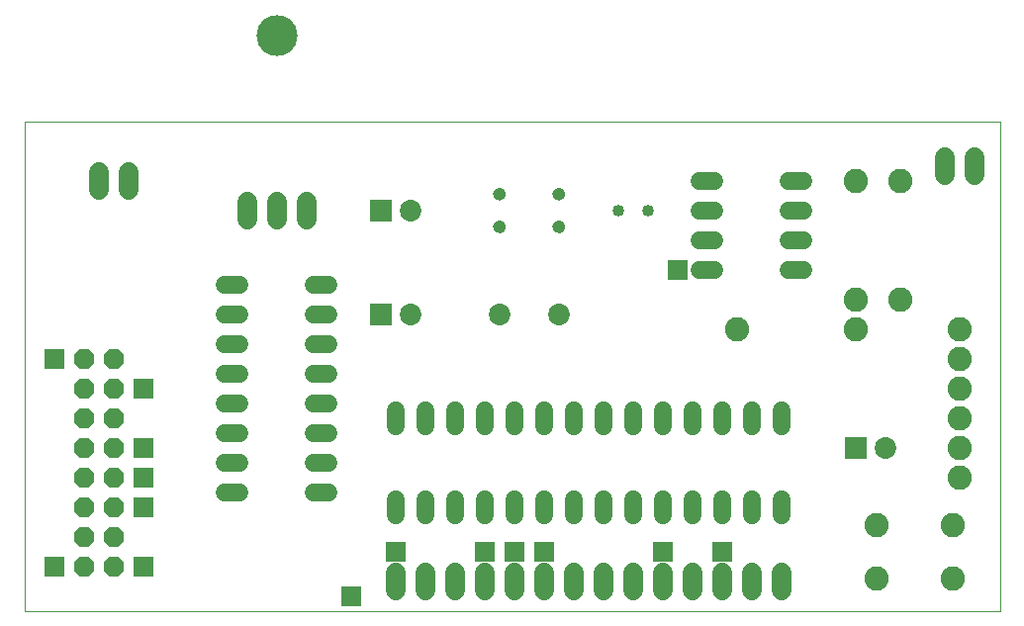
<source format=gts>
G75*
%MOIN*%
%OFA0B0*%
%FSLAX24Y24*%
%IPPOS*%
%LPD*%
%AMOC8*
5,1,8,0,0,1.08239X$1,22.5*
%
%ADD10C,0.0000*%
%ADD11C,0.0600*%
%ADD12C,0.0730*%
%ADD13C,0.0400*%
%ADD14OC8,0.0680*%
%ADD15C,0.0680*%
%ADD16C,0.1380*%
%ADD17C,0.0050*%
%ADD18R,0.0730X0.0730*%
%ADD19C,0.0820*%
%ADD20R,0.0671X0.0671*%
D10*
X000100Y000267D02*
X000100Y016763D01*
X032970Y016763D01*
X032970Y000267D01*
X000100Y000267D01*
X007950Y019667D02*
X007952Y019717D01*
X007958Y019767D01*
X007968Y019817D01*
X007981Y019865D01*
X007998Y019913D01*
X008019Y019959D01*
X008043Y020003D01*
X008071Y020045D01*
X008102Y020085D01*
X008136Y020122D01*
X008173Y020157D01*
X008212Y020188D01*
X008253Y020217D01*
X008297Y020242D01*
X008343Y020264D01*
X008390Y020282D01*
X008438Y020296D01*
X008487Y020307D01*
X008537Y020314D01*
X008587Y020317D01*
X008638Y020316D01*
X008688Y020311D01*
X008738Y020302D01*
X008786Y020290D01*
X008834Y020273D01*
X008880Y020253D01*
X008925Y020230D01*
X008968Y020203D01*
X009008Y020173D01*
X009046Y020140D01*
X009081Y020104D01*
X009114Y020065D01*
X009143Y020024D01*
X009169Y019981D01*
X009192Y019936D01*
X009211Y019889D01*
X009226Y019841D01*
X009238Y019792D01*
X009246Y019742D01*
X009250Y019692D01*
X009250Y019642D01*
X009246Y019592D01*
X009238Y019542D01*
X009226Y019493D01*
X009211Y019445D01*
X009192Y019398D01*
X009169Y019353D01*
X009143Y019310D01*
X009114Y019269D01*
X009081Y019230D01*
X009046Y019194D01*
X009008Y019161D01*
X008968Y019131D01*
X008925Y019104D01*
X008880Y019081D01*
X008834Y019061D01*
X008786Y019044D01*
X008738Y019032D01*
X008688Y019023D01*
X008638Y019018D01*
X008587Y019017D01*
X008537Y019020D01*
X008487Y019027D01*
X008438Y019038D01*
X008390Y019052D01*
X008343Y019070D01*
X008297Y019092D01*
X008253Y019117D01*
X008212Y019146D01*
X008173Y019177D01*
X008136Y019212D01*
X008102Y019249D01*
X008071Y019289D01*
X008043Y019331D01*
X008019Y019375D01*
X007998Y019421D01*
X007981Y019469D01*
X007968Y019517D01*
X007958Y019567D01*
X007952Y019617D01*
X007950Y019667D01*
D11*
X007360Y011267D02*
X006840Y011267D01*
X006840Y010267D02*
X007360Y010267D01*
X007360Y009267D02*
X006840Y009267D01*
X006840Y008267D02*
X007360Y008267D01*
X007360Y007267D02*
X006840Y007267D01*
X006840Y006267D02*
X007360Y006267D01*
X007360Y005267D02*
X006840Y005267D01*
X006840Y004267D02*
X007360Y004267D01*
X009840Y004267D02*
X010360Y004267D01*
X010360Y005267D02*
X009840Y005267D01*
X009840Y006267D02*
X010360Y006267D01*
X010360Y007267D02*
X009840Y007267D01*
X009840Y008267D02*
X010360Y008267D01*
X010360Y009267D02*
X009840Y009267D01*
X009840Y010267D02*
X010360Y010267D01*
X010360Y011267D02*
X009840Y011267D01*
X012600Y007027D02*
X012600Y006507D01*
X013600Y006507D02*
X013600Y007027D01*
X014600Y007027D02*
X014600Y006507D01*
X015600Y006507D02*
X015600Y007027D01*
X016600Y007027D02*
X016600Y006507D01*
X017600Y006507D02*
X017600Y007027D01*
X018600Y007027D02*
X018600Y006507D01*
X019600Y006507D02*
X019600Y007027D01*
X020600Y007027D02*
X020600Y006507D01*
X021600Y006507D02*
X021600Y007027D01*
X022600Y007027D02*
X022600Y006507D01*
X023600Y006507D02*
X023600Y007027D01*
X024600Y007027D02*
X024600Y006507D01*
X025600Y006507D02*
X025600Y007027D01*
X025600Y004027D02*
X025600Y003507D01*
X024600Y003507D02*
X024600Y004027D01*
X023600Y004027D02*
X023600Y003507D01*
X022600Y003507D02*
X022600Y004027D01*
X021600Y004027D02*
X021600Y003507D01*
X020600Y003507D02*
X020600Y004027D01*
X019600Y004027D02*
X019600Y003507D01*
X018600Y003507D02*
X018600Y004027D01*
X017600Y004027D02*
X017600Y003507D01*
X016600Y003507D02*
X016600Y004027D01*
X015600Y004027D02*
X015600Y003507D01*
X014600Y003507D02*
X014600Y004027D01*
X013600Y004027D02*
X013600Y003507D01*
X012600Y003507D02*
X012600Y004027D01*
X022840Y011767D02*
X023360Y011767D01*
X023360Y012767D02*
X022840Y012767D01*
X022840Y013767D02*
X023360Y013767D01*
X023360Y014767D02*
X022840Y014767D01*
X025840Y014767D02*
X026360Y014767D01*
X026360Y013767D02*
X025840Y013767D01*
X025840Y012767D02*
X026360Y012767D01*
X026360Y011767D02*
X025840Y011767D01*
D12*
X018100Y010267D03*
X016100Y010267D03*
X013100Y010267D03*
X013100Y013767D03*
X029100Y005767D03*
D13*
X021100Y013767D03*
X020100Y013767D03*
D14*
X003100Y008767D03*
X002100Y008767D03*
X002100Y007767D03*
X003100Y007767D03*
X003100Y006767D03*
X002100Y006767D03*
X002100Y005767D03*
X003100Y005767D03*
X003100Y004767D03*
X002100Y004767D03*
X002100Y003767D03*
X003100Y003767D03*
X003100Y002767D03*
X002100Y002767D03*
X002100Y001767D03*
X003100Y001767D03*
D15*
X012600Y001567D02*
X012600Y000967D01*
X013600Y000967D02*
X013600Y001567D01*
X014600Y001567D02*
X014600Y000967D01*
X015600Y000967D02*
X015600Y001567D01*
X016600Y001567D02*
X016600Y000967D01*
X017600Y000967D02*
X017600Y001567D01*
X018600Y001567D02*
X018600Y000967D01*
X019600Y000967D02*
X019600Y001567D01*
X020600Y001567D02*
X020600Y000967D01*
X021600Y000967D02*
X021600Y001567D01*
X022600Y001567D02*
X022600Y000967D01*
X023600Y000967D02*
X023600Y001567D01*
X024600Y001567D02*
X024600Y000967D01*
X025600Y000967D02*
X025600Y001567D01*
X009600Y013467D02*
X009600Y014067D01*
X008600Y014067D02*
X008600Y013467D01*
X007600Y013467D02*
X007600Y014067D01*
X003600Y014467D02*
X003600Y015067D01*
X002600Y015067D02*
X002600Y014467D01*
X031100Y014967D02*
X031100Y015567D01*
X032100Y015567D02*
X032100Y014967D01*
D16*
X008600Y019667D03*
D17*
X015962Y014427D02*
X015988Y014455D01*
X016020Y014476D01*
X016056Y014489D01*
X016094Y014495D01*
X016134Y014491D01*
X016172Y014479D01*
X016207Y014458D01*
X016236Y014431D01*
X016258Y014397D01*
X016272Y014359D01*
X016278Y014320D01*
X016273Y014280D01*
X016259Y014243D01*
X016237Y014210D01*
X016209Y014182D01*
X016175Y014162D01*
X016137Y014149D01*
X016098Y014146D01*
X016060Y014150D01*
X016023Y014163D01*
X015991Y014184D01*
X015964Y014212D01*
X015943Y014245D01*
X015931Y014281D01*
X015927Y014320D01*
X015930Y014358D01*
X015942Y014394D01*
X015962Y014427D01*
X015963Y014429D02*
X016237Y014429D01*
X016265Y014380D02*
X015938Y014380D01*
X015928Y014332D02*
X016276Y014332D01*
X016273Y014283D02*
X015931Y014283D01*
X015950Y014235D02*
X016254Y014235D01*
X016213Y014186D02*
X015989Y014186D01*
X016023Y014477D02*
X016175Y014477D01*
X016094Y013393D02*
X016134Y013389D01*
X016172Y013377D01*
X016207Y013356D01*
X016236Y013329D01*
X016258Y013295D01*
X016272Y013257D01*
X016278Y013218D01*
X016273Y013178D01*
X016259Y013141D01*
X016237Y013108D01*
X016209Y013080D01*
X016175Y013060D01*
X016137Y013047D01*
X016098Y013044D01*
X016060Y013048D01*
X016023Y013061D01*
X015991Y013082D01*
X015964Y013110D01*
X015943Y013143D01*
X015931Y013179D01*
X015927Y013218D01*
X015930Y013256D01*
X015942Y013292D01*
X015962Y013325D01*
X015988Y013353D01*
X016020Y013374D01*
X016056Y013387D01*
X016094Y013393D01*
X016002Y013362D02*
X016198Y013362D01*
X016246Y013313D02*
X015955Y013313D01*
X015933Y013265D02*
X016270Y013265D01*
X016278Y013216D02*
X015927Y013216D01*
X015935Y013168D02*
X016269Y013168D01*
X016245Y013119D02*
X015958Y013119D01*
X016009Y013071D02*
X016193Y013071D01*
X017927Y013218D02*
X017931Y013179D01*
X017943Y013143D01*
X017964Y013110D01*
X017991Y013082D01*
X018023Y013061D01*
X018060Y013048D01*
X018098Y013044D01*
X018137Y013047D01*
X018175Y013060D01*
X018209Y013080D01*
X018237Y013108D01*
X018259Y013141D01*
X018273Y013178D01*
X018278Y013218D01*
X018272Y013257D01*
X018258Y013295D01*
X018236Y013329D01*
X018207Y013356D01*
X018172Y013377D01*
X018134Y013389D01*
X018094Y013393D01*
X018056Y013387D01*
X018020Y013374D01*
X017988Y013353D01*
X017962Y013325D01*
X017942Y013292D01*
X017930Y013256D01*
X017927Y013218D01*
X017927Y013216D02*
X018278Y013216D01*
X018269Y013168D02*
X017935Y013168D01*
X017958Y013119D02*
X018245Y013119D01*
X018193Y013071D02*
X018009Y013071D01*
X017933Y013265D02*
X018270Y013265D01*
X018246Y013313D02*
X017955Y013313D01*
X018002Y013362D02*
X018198Y013362D01*
X018137Y014149D02*
X018098Y014146D01*
X018060Y014150D01*
X018023Y014163D01*
X017991Y014184D01*
X017964Y014212D01*
X017943Y014245D01*
X017931Y014281D01*
X017927Y014320D01*
X017930Y014358D01*
X017942Y014394D01*
X017962Y014427D01*
X017988Y014455D01*
X018020Y014476D01*
X018056Y014489D01*
X018094Y014495D01*
X018134Y014491D01*
X018172Y014479D01*
X018207Y014458D01*
X018236Y014431D01*
X018258Y014397D01*
X018272Y014359D01*
X018278Y014320D01*
X018273Y014280D01*
X018259Y014243D01*
X018237Y014210D01*
X018209Y014182D01*
X018175Y014162D01*
X018137Y014149D01*
X018213Y014186D02*
X017989Y014186D01*
X017950Y014235D02*
X018254Y014235D01*
X018273Y014283D02*
X017931Y014283D01*
X017928Y014332D02*
X018276Y014332D01*
X018265Y014380D02*
X017938Y014380D01*
X017963Y014429D02*
X018237Y014429D01*
X018175Y014477D02*
X018023Y014477D01*
D18*
X012100Y013767D03*
X012100Y010267D03*
X028100Y005767D03*
D19*
X031600Y005767D03*
X031600Y006767D03*
X031600Y007767D03*
X031600Y008767D03*
X031600Y009767D03*
X029600Y010767D03*
X028100Y010767D03*
X028100Y009767D03*
X024100Y009767D03*
X028100Y014767D03*
X029600Y014767D03*
X031600Y004767D03*
X031380Y003157D03*
X028820Y003157D03*
X028820Y001377D03*
X031380Y001377D03*
D20*
X023600Y002267D03*
X021600Y002267D03*
X017600Y002267D03*
X016600Y002267D03*
X015600Y002267D03*
X012600Y002267D03*
X011100Y000767D03*
X004100Y001767D03*
X004100Y003767D03*
X004100Y004767D03*
X004100Y005767D03*
X004100Y007767D03*
X001100Y008767D03*
X001100Y001767D03*
X022100Y011767D03*
M02*

</source>
